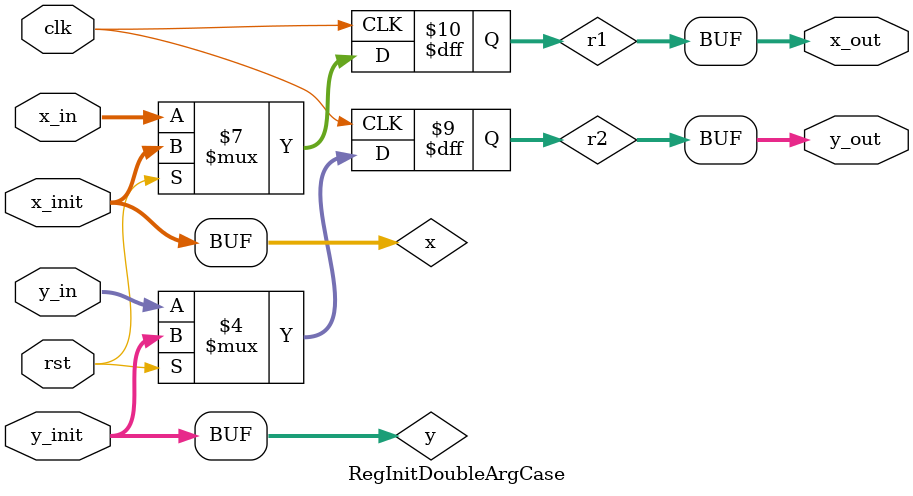
<source format=v>
module RegInitDoubleArgCase (
  input        clk,
  input        rst,
  input  [2:0] x_init,
  input  [7:0] y_init,
  input  [2:0] x_in,
  input  [7:0] y_in,
  output [2:0] x_out,
  output [7:0] y_out
);
  wire [2:0]  x;
  wire [7:0]  y;
  reg  [2:0]  r1;
  reg  [7:0]  r2;

  assign x_out = r1;
  assign y_out = r2;
  assign x = x_init;
  assign y = y_init;

  always @(posedge clk) begin
    if (rst) begin
      r1 <= x;
    end
    else begin
      r1 <= x_in;
    end
  end

  always @(posedge clk) begin
    if (rst) begin
      r2 <= y;
    end
    else begin
      r2 <= y_in;
    end
  end
endmodule

</source>
